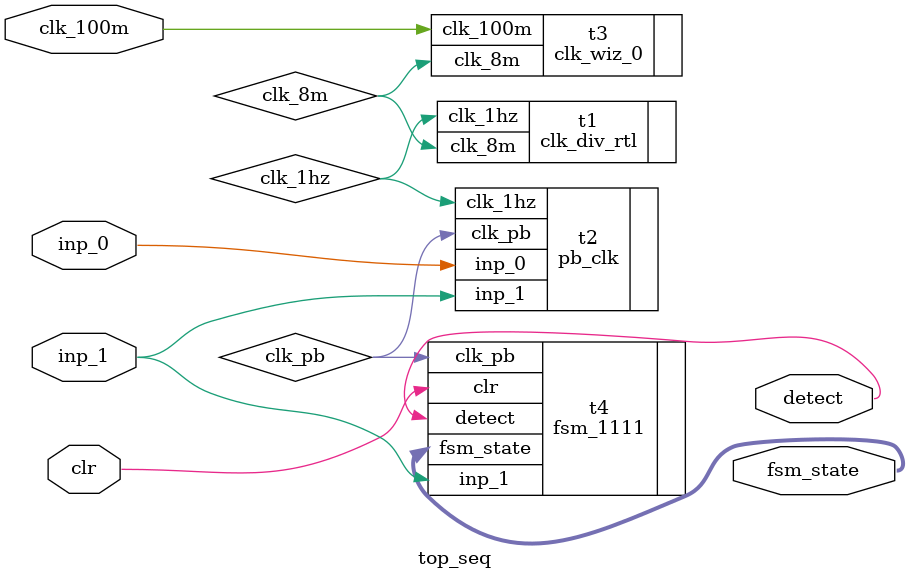
<source format=v>
`timescale 1ns / 1ps


module top_seq(
    input clk_100m,
    input clr,
    input inp_0,
    input inp_1,
    output detect,
    output [2:0] fsm_state
);
    wire clk_8m;
    wire clk_1hz;
    wire clk_pb;

    clk_wiz_0 t3(
        .clk_100m(clk_100m),
        .clk_8m(clk_8m)
    );

    clk_div_rtl t1(.clk_8m(clk_8m), .clk_1hz(clk_1hz));

    pb_clk t2(.clk_1hz(clk_1hz),.inp_0(inp_0),.inp_1(inp_1),.clk_pb(clk_pb));

    fsm_1111 t4(.clk_pb(clk_pb),.clr(clr),.inp_1(inp_1),.detect(detect),.fsm_state(fsm_state));

endmodule



</source>
